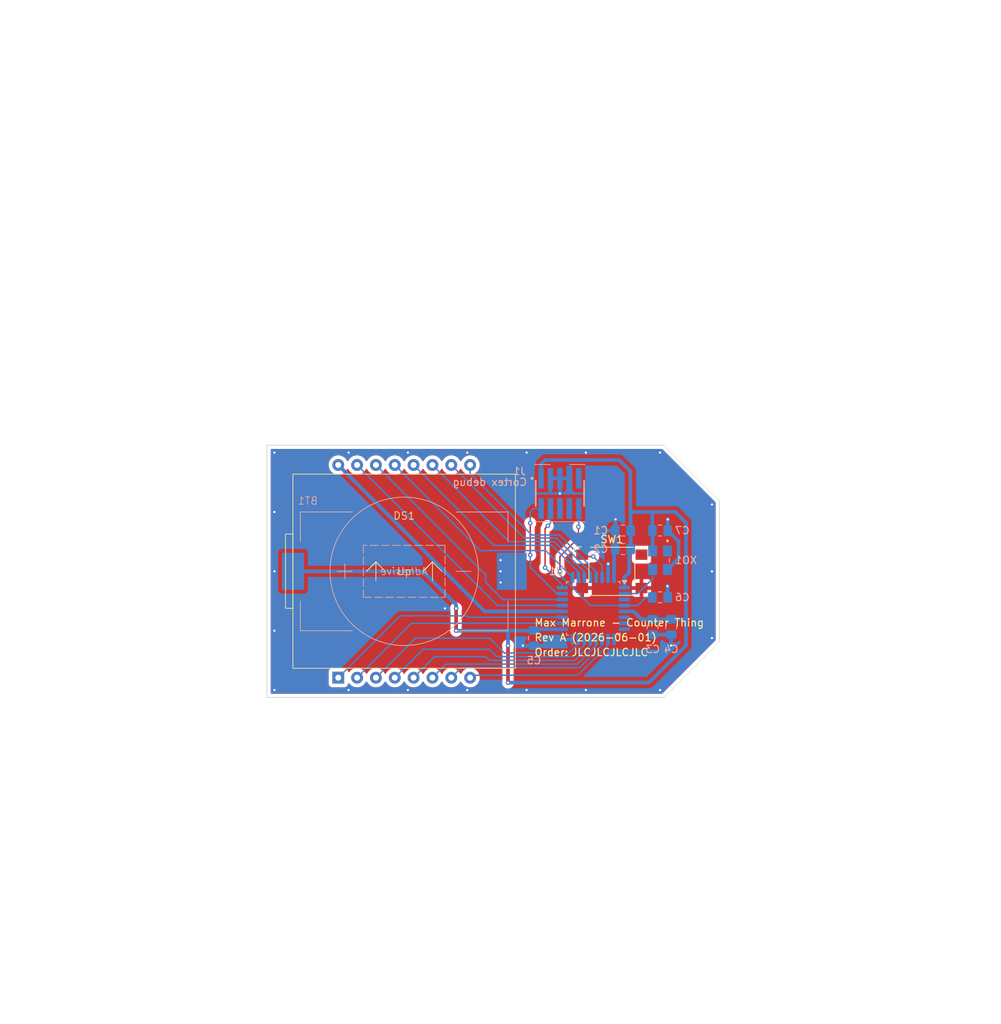
<source format=kicad_pcb>
(kicad_pcb (version 20240108) (generator "pcbnew") (generator_version "8.0")
  (title_block (title "Counter Thing") (rev "A") (company "Max Marrone"))
  (layers (0 "F.Cu" signal) (31 "B.Cu" mixed) (34 "B.Paste" user) (35 "F.Paste" user) (36 "B.SilkS" user "B.Silkscreen") (37 "F.SilkS" user "F.Silkscreen") (38 "B.Mask" user) (39 "F.Mask" user) (44 "Edge.Cuts" user))
  (net 0 "")
  (net 1 "SEG_3D")
  (net 2 "SEG_2E")
  (net 3 "COM")
  (net 4 "SEG_3C")
  (net 5 "SEG_2B")
  (net 6 "SEG_2D")
  (net 7 "SEG_2F")
  (net 8 "SEG_3A")
  (net 9 "SEG_2A")
  (net 10 "SEG_3F")
  (net 11 "SEG_3B")
  (net 12 "SEG_3G")
  (net 13 "SEG_3E")
  (net 14 "SEG_2G")
  (net 15 "SWDIO")
  (net 16 "+3V0")
  (net 17 "SWCLK")
  (net 19 "GND")
  (net 20 "NRST")
  (net 24 "/OSC32_IN")
  (net 27 "SEG_1BC")
  (net 28 "SEG_2C")
  (net 31 "Net-(U1-PB7)")
  (footprint "Button_Switch_SMD:SW_SPST_Omron_B3FS-101xP" (layer "F.Cu") (at 156.5 101)
    (property "Reference" "SW1" (at 0 -4.3 0) (layer "F.SilkS"))
    (property "Value" "B3FS-1015" (hide yes))
    (fp_line (start -5.1 -3.3) (end -4.1 -3.3) (stroke (width 0.12)) (layer "F.SilkS"))
    (fp_line (start -5.1 -2.3) (end -5.1 -3.3) (stroke (width 0.12)) (layer "F.SilkS"))
    (fp_line (start -3.1 -1.3) (end -3.1 1.3) (stroke (width 0.12)) (layer "F.SilkS"))
    (fp_line (start 2.9 -3.25) (end -2.9 -3.25) (stroke (width 0.12)) (layer "F.SilkS"))
    (fp_line (start 3 3.25) (end -3 3.25) (stroke (width 0.12)) (layer "F.SilkS"))
    (fp_line (start 3.1 -1.3) (end 3.1 1.3) (stroke (width 0.12)) (layer "F.SilkS"))
    (pad "1" smd rect (at -4 -2.25 180) (size 1.6 1.4) (layers "F.Cu" "F.Paste" "F.Mask") (net 31 "Net-(U1-PB7)"))
    (pad "1" smd rect (at 4 -2.25 180) (size 1.6 1.4) (layers "F.Cu" "F.Paste" "F.Mask") (net 31 "Net-(U1-PB7)"))
    (pad "2" smd rect (at -4 2.25 180) (size 1.6 1.4) (layers "F.Cu" "F.Paste" "F.Mask") (net 19 "GND"))
    (pad "2" smd rect (at 4 2.25 180) (size 1.6 1.4) (layers "F.Cu" "F.Paste" "F.Mask") (net 19 "GND"))
  )
  (footprint "VI-201-DP-RC-S:LCD-A2X1C50TR" (layer "F.Cu") (at 119.61 115.335)
    (property "Reference" "DS1" (at 8.89 -21.82 0) (layer "F.SilkS") (effects (font (thickness 0.1))))
    (property "Value" "LCD-A2X1C50TR" (hide yes))
    (fp_line (start 3.81 -14.335) (end 5.08 -15.605) (stroke (width 0.1)) (layer "F.SilkS"))
    (fp_line (start 5.08 -15.605) (end 3.81 -14.335) (stroke (width 0.1)) (layer "F.SilkS"))
    (fp_line (start 5.08 -13.065) (end 5.08 -15.605) (stroke (width 0.1)) (layer "F.SilkS"))
    (fp_line (start 6.35 -14.335) (end 5.08 -15.605) (stroke (width 0.1)) (layer "F.SilkS"))
    (fp_line (start 11.43 -14.335) (end 12.7 -15.605) (stroke (width 0.1)) (layer "F.SilkS"))
    (fp_line (start 12.7 -15.605) (end 11.43 -14.335) (stroke (width 0.1)) (layer "F.SilkS"))
    (fp_line (start 12.7 -13.065) (end 12.7 -15.605) (stroke (width 0.1)) (layer "F.SilkS"))
    (fp_line (start 13.97 -14.335) (end 12.7 -15.605) (stroke (width 0.1)) (layer "F.SilkS"))
    (fp_rect (start -7.11 -19.355) (end -6.11 -9.355) (stroke (width 0.1)) (fill none) (layer "F.SilkS"))
    (fp_rect (start -6.11 -27.44) (end 23.89 -1.27) (stroke (width 0.1)) (fill none) (layer "F.SilkS"))
    (fp_text user "Up" (at 8.89 -14.335 0) (layer "F.SilkS") (effects (font (thickness 0.1))))
    (pad "1" thru_hole rect (at 0 0) (size 1.6 1.6) (drill 0.8) (layers "*.Cu" "*.Mask") (net 27 "SEG_1BC"))
    (pad "2" thru_hole circle (at 2.54 0) (size 1.6 1.6) (drill 0.8) (layers "*.Cu" "*.Mask") (net 10 "SEG_3F"))
    (pad "3" thru_hole circle (at 5.08 0) (size 1.6 1.6) (drill 0.8) (layers "*.Cu" "*.Mask") (net 12 "SEG_3G"))
    (pad "4" thru_hole circle (at 7.62 0) (size 1.6 1.6) (drill 0.8) (layers "*.Cu" "*.Mask") (net 13 "SEG_3E"))
    (pad "5" thru_hole circle (at 10.16 0) (size 1.6 1.6) (drill 0.8) (layers "*.Cu" "*.Mask") (net 1 "SEG_3D"))
    (pad "6" thru_hole circle (at 12.7 0) (size 1.6 1.6) (drill 0.8) (layers "*.Cu" "*.Mask") (net 4 "SEG_3C"))
    (pad "7" thru_hole circle (at 15.24 0) (size 1.6 1.6) (drill 0.8) (layers "*.Cu" "*.Mask") (net 11 "SEG_3B"))
    (pad "8" thru_hole circle (at 17.78 0) (size 1.6 1.6) (drill 0.8) (layers "*.Cu" "*.Mask") (net 8 "SEG_3A"))
    (pad "9" thru_hole circle (at 17.78 -28.67) (size 1.6 1.6) (drill 0.8) (layers "*.Cu" "*.Mask") (net 28 "SEG_2C"))
    (pad "10" thru_hole circle (at 15.24 -28.67) (size 1.6 1.6) (drill 0.8) (layers "*.Cu" "*.Mask") (net 5 "SEG_2B"))
    (pad "11" thru_hole circle (at 12.7 -28.67) (size 1.6 1.6) (drill 0.8) (layers "*.Cu" "*.Mask") (net 9 "SEG_2A"))
    (pad "12" thru_hole circle (at 10.16 -28.67) (size 1.6 1.6) (drill 0.8) (layers "*.Cu" "*.Mask") (net 7 "SEG_2F"))
    (pad "13" thru_hole circle (at 7.62 -28.67) (size 1.6 1.6) (drill 0.8) (layers "*.Cu" "*.Mask") (net 14 "SEG_2G"))
    (pad "14" thru_hole circle (at 5.08 -28.67) (size 1.6 1.6) (drill 0.8) (layers "*.Cu" "*.Mask") (net 2 "SEG_2E"))
    (pad "15" thru_hole circle (at 2.54 -28.67) (size 1.6 1.6) (drill 0.8) (layers "*.Cu" "*.Mask") (net 6 "SEG_2D"))
    (pad "16" thru_hole circle (at 0 -28.67) (size 1.6 1.6) (drill 0.8) (layers "*.Cu" "*.Mask") (net 3 "COM"))
  )
  (footprint "Capacitor_SMD:C_0805_2012Metric_Pad1.18x1.45mm_HandSolder" (layer "B.Cu") (at 163 95.5)
    (property "Reference" "C7" (at 3 0 0) (layer "B.SilkS") (effects (justify mirror)))
    (property "Value" "100n" (hide yes))
    (fp_line (start 0.261252 -0.735) (end -0.261252 -0.735) (stroke (width 0.12)) (layer "B.SilkS"))
    (fp_line (start 0.261252 0.735) (end -0.261252 0.735) (stroke (width 0.12)) (layer "B.SilkS"))
    (pad "1" smd roundrect (at -1.0375 0) (size 1.175 1.45) (layers "B.Cu" "B.Paste" "B.Mask") (roundrect_rratio 0.212766) (net 16 "+3V0"))
    (pad "2" smd roundrect (at 1.0375 0) (size 1.175 1.45) (layers "B.Cu" "B.Paste" "B.Mask") (roundrect_rratio 0.212766) (net 19 "GND"))
  )
  (footprint "Capacitor_SMD:C_0805_2012Metric_Pad1.18x1.45mm_HandSolder" (layer "B.Cu") (at 146 110 -90)
    (property "Reference" "C5" (at 3 0 0) (layer "B.SilkS") (effects (justify mirror)))
    (property "Value" "100n" (hide yes))
    (fp_line (start 0.261252 0.735) (end -0.261252 0.735) (stroke (width 0.12)) (layer "B.SilkS"))
    (fp_line (start 0.261252 -0.735) (end -0.261252 -0.735) (stroke (width 0.12)) (layer "B.SilkS"))
    (pad "1" smd roundrect (at -1.0375 0 270) (size 1.175 1.45) (layers "B.Cu" "B.Paste" "B.Mask") (roundrect_rratio 0.212766) (net 16 "+3V0"))
    (pad "2" smd roundrect (at 1.0375 0 270) (size 1.175 1.45) (layers "B.Cu" "B.Paste" "B.Mask") (roundrect_rratio 0.212766) (net 19 "GND"))
  )
  (footprint "BU2032-1-G:BA2032SM" (layer "B.Cu") (at 128.5 101 180)
    (property "Reference" "BT1" (at 13 9.5 0) (layer "B.SilkS") (effects (font (thickness 0.1)) (justify mirror)))
    (property "Value" "BA2032SM" (hide yes))
    (fp_line (start 14 8) (end 7 8) (stroke (width 0.1)) (layer "B.SilkS"))
    (fp_line (start 14 4) (end 14 8) (stroke (width 0.1)) (layer "B.SilkS"))
    (fp_line (start 14 -8) (end 14 -4) (stroke (width 0.1)) (layer "B.SilkS"))
    (fp_line (start 14 -8) (end 7 -8) (stroke (width 0.1)) (layer "B.SilkS"))
    (fp_line (start 9 0) (end 7 0) (stroke (width 0.1)) (layer "B.SilkS"))
    (fp_line (start 8 1) (end 8 -1) (stroke (width 0.1)) (layer "B.SilkS"))
    (fp_line (start -7 8) (end -14 8) (stroke (width 0.1)) (layer "B.SilkS"))
    (fp_line (start -7 0) (end -9 0) (stroke (width 0.1)) (layer "B.SilkS"))
    (fp_line (start -7 -8) (end -14 -8) (stroke (width 0.1)) (layer "B.SilkS"))
    (fp_line (start -14 4) (end -14 8) (stroke (width 0.1)) (layer "B.SilkS"))
    (fp_line (start -14 -8) (end -14 -4) (stroke (width 0.1)) (layer "B.SilkS"))
    (fp_rect (start 5.5 -3.5) (end -5.5 3.5) (stroke (width 0.1) (type dash)) (fill solid) (layer "B.SilkS"))
    (fp_circle (center 0 0) (end 10 0) (stroke (width 0.1)) (fill none) (layer "B.SilkS"))
    (fp_text user "Adhesive" (at 0 0 0) (layer "B.SilkS") (effects (font (thickness 0.1) (italic yes)) (justify mirror)))
    (pad "1" smd rect (at 15 0 180) (size 3 5) (layers "B.Cu" "B.Paste" "B.Mask") (net 16 "+3V0"))
    (pad "2" smd rect (at -15 0 180) (size 3 5) (layers "B.Cu" "B.Paste" "B.Mask") (net 19 "GND"))
  )
  (footprint "Package_QFP:LQFP-32_7x7mm_P0.8mm" (layer "B.Cu") (at 154 106 180)
    (property "Reference" "U1" (at 5 5 0) (layer "B.SilkS") (effects (justify mirror)))
    (property "Value" "STM32L010K4T6" (hide yes))
    (fp_line (start 3.61 3.61) (end 3.31 3.61) (stroke (width 0.12)) (layer "B.SilkS"))
    (fp_line (start 3.61 3.31) (end 3.61 3.61) (stroke (width 0.12)) (layer "B.SilkS"))
    (fp_line (start 3.61 -3.31) (end 3.61 -3.61) (stroke (width 0.12)) (layer "B.SilkS"))
    (fp_line (start 3.61 -3.61) (end 3.31 -3.61) (stroke (width 0.12)) (layer "B.SilkS"))
    (fp_line (start -3.61 3.61) (end -3.31 3.61) (stroke (width 0.12)) (layer "B.SilkS"))
    (fp_line (start -3.61 3.31) (end -3.61 3.61) (stroke (width 0.12)) (layer "B.SilkS"))
    (fp_line (start -3.61 -3.31) (end -3.61 -3.61) (stroke (width 0.12)) (layer "B.SilkS"))
    (fp_line (start -3.61 -3.61) (end -3.31 -3.61) (stroke (width 0.12)) (layer "B.SilkS"))
    (fp_poly (pts (xy -4.2125 3.31) (xy -4.5525 3.78) (xy -3.8725 3.78) (xy -4.2125 3.31)) (stroke (width 0.12)) (fill solid) (layer "B.SilkS"))
    (pad "1" smd roundrect (at -4.175 2.8 180) (size 1.5 0.5) (layers "B.Cu" "B.Paste" "B.Mask") (net 16 "+3V0"))
    (pad "2" smd roundrect (at -4.175 2 180) (size 1.5 0.5) (layers "B.Cu" "B.Paste" "B.Mask") (net 24 "/OSC32_IN"))
    (pad "3" smd roundrect (at -4.175 1.2 180) (size 1.5 0.5) (layers "B.Cu" "B.Paste" "B.Mask"))
    (pad "4" smd roundrect (at -4.175 0.4 180) (size 1.5 0.5) (layers "B.Cu" "B.Paste" "B.Mask") (net 20 "NRST"))
    (pad "5" smd roundrect (at -4.175 -0.4 180) (size 1.5 0.5) (layers "B.Cu" "B.Paste" "B.Mask") (net 16 "+3V0"))
    (pad "6" smd roundrect (at -4.175 -1.2 180) (size 1.5 0.5) (layers "B.Cu" "B.Paste" "B.Mask"))
    (pad "7" smd roundrect (at -4.175 -2 180) (size 1.5 0.5) (layers "B.Cu" "B.Paste" "B.Mask"))
    (pad "8" smd roundrect (at -4.175 -2.8 180) (size 1.5 0.5) (layers "B.Cu" "B.Paste" "B.Mask"))
    (pad "9" smd roundrect (at -2.8 -4.175 180) (size 0.5 1.5) (layers "B.Cu" "B.Paste" "B.Mask"))
    (pad "10" smd roundrect (at -2 -4.175 180) (size 0.5 1.5) (layers "B.Cu" "B.Paste" "B.Mask") (net 8 "SEG_3A"))
    (pad "11" smd roundrect (at -1.2 -4.175 180) (size 0.5 1.5) (layers "B.Cu" "B.Paste" "B.Mask") (net 11 "SEG_3B"))
    (pad "12" smd roundrect (at -0.4 -4.175 180) (size 0.5 1.5) (layers "B.Cu" "B.Paste" "B.Mask") (net 4 "SEG_3C"))
    (pad "13" smd roundrect (at 0.4 -4.175 180) (size 0.5 1.5) (layers "B.Cu" "B.Paste" "B.Mask") (net 1 "SEG_3D"))
    (pad "14" smd roundrect (at 1.2 -4.175 180) (size 0.5 1.5) (layers "B.Cu" "B.Paste" "B.Mask") (net 13 "SEG_3E"))
    (pad "15" smd roundrect (at 2 -4.175 180) (size 0.5 1.5) (layers "B.Cu" "B.Paste" "B.Mask") (net 12 "SEG_3G"))
    (pad "16" smd roundrect (at 2.8 -4.175 180) (size 0.5 1.5) (layers "B.Cu" "B.Paste" "B.Mask") (net 19 "GND"))
    (pad "17" smd roundrect (at 4.175 -2.8 180) (size 1.5 0.5) (layers "B.Cu" "B.Paste" "B.Mask") (net 16 "+3V0"))
    (pad "18" smd roundrect (at 4.175 -2 180) (size 1.5 0.5) (layers "B.Cu" "B.Paste" "B.Mask") (net 10 "SEG_3F"))
    (pad "19" smd roundrect (at 4.175 -1.2 180) (size 1.5 0.5) (layers "B.Cu" "B.Paste" "B.Mask") (net 27 "SEG_1BC"))
    (pad "20" smd roundrect (at 4.175 -0.4 180) (size 1.5 0.5) (layers "B.Cu" "B.Paste" "B.Mask") (net 3 "COM"))
    (pad "21" smd roundrect (at 4.175 0.4 180) (size 1.5 0.5) (layers "B.Cu" "B.Paste" "B.Mask") (net 6 "SEG_2D"))
    (pad "22" smd roundrect (at 4.175 1.2 180) (size 1.5 0.5) (layers "B.Cu" "B.Paste" "B.Mask") (net 2 "SEG_2E"))
    (pad "23" smd roundrect (at 4.175 2 180) (size 1.5 0.5) (layers "B.Cu" "B.Paste" "B.Mask") (net 15 "SWDIO"))
    (pad "24" smd roundrect (at 4.175 2.8 180) (size 1.5 0.5) (layers "B.Cu" "B.Paste" "B.Mask") (net 17 "SWCLK"))
    (pad "25" smd roundrect (at 2.8 4.175 180) (size 0.5 1.5) (layers "B.Cu" "B.Paste" "B.Mask") (net 14 "SEG_2G"))
    (pad "26" smd roundrect (at 2 4.175 180) (size 0.5 1.5) (layers "B.Cu" "B.Paste" "B.Mask") (net 7 "SEG_2F"))
    (pad "27" smd roundrect (at 1.2 4.175 180) (size 0.5 1.5) (layers "B.Cu" "B.Paste" "B.Mask") (net 9 "SEG_2A"))
    (pad "28" smd roundrect (at 0.4 4.175 180) (size 0.5 1.5) (layers "B.Cu" "B.Paste" "B.Mask") (net 5 "SEG_2B"))
    (pad "29" smd roundrect (at -0.4 4.175 180) (size 0.5 1.5) (layers "B.Cu" "B.Paste" "B.Mask") (net 28 "SEG_2C"))
    (pad "30" smd roundrect (at -1.2 4.175 180) (size 0.5 1.5) (layers "B.Cu" "B.Paste" "B.Mask") (net 31 "Net-(U1-PB7)"))
    (pad "31" smd roundrect (at -2 4.175 180) (size 0.5 1.5) (layers "B.Cu" "B.Paste" "B.Mask") (net 19 "GND"))
    (pad "32" smd roundrect (at -2.8 4.175 180) (size 0.5 1.5) (layers "B.Cu" "B.Paste" "B.Mask") (net 19 "GND"))
  )
  (footprint "Capacitor_SMD:C_0805_2012Metric_Pad1.18x1.45mm_HandSolder" (layer "B.Cu") (at 158 95.5 180)
    (property "Reference" "C1" (at 3 0 0) (layer "B.SilkS") (effects (justify mirror)))
    (property "Value" "10u" (hide yes))
    (fp_line (start 0.261252 0.735) (end -0.261252 0.735) (stroke (width 0.12)) (layer "B.SilkS"))
    (fp_line (start 0.261252 -0.735) (end -0.261252 -0.735) (stroke (width 0.12)) (layer "B.SilkS"))
    (pad "1" smd roundrect (at -1.0375 0 180) (size 1.175 1.45) (layers "B.Cu" "B.Paste" "B.Mask") (roundrect_rratio 0.212766) (net 16 "+3V0"))
    (pad "2" smd roundrect (at 1.0375 0 180) (size 1.175 1.45) (layers "B.Cu" "B.Paste" "B.Mask") (roundrect_rratio 0.212766) (net 19 "GND"))
  )
  (footprint "Capacitor_SMD:C_0805_2012Metric_Pad1.18x1.45mm_HandSolder" (layer "B.Cu") (at 162 108.5 -90)
    (property "Reference" "C3" (at 3 0 0) (layer "B.SilkS") (effects (justify mirror)))
    (property "Value" "100n" (hide yes))
    (fp_line (start 0.261252 0.735) (end -0.261252 0.735) (stroke (width 0.12)) (layer "B.SilkS"))
    (fp_line (start 0.261252 -0.735) (end -0.261252 -0.735) (stroke (width 0.12)) (layer "B.SilkS"))
    (pad "1" smd roundrect (at -1.0375 0 270) (size 1.175 1.45) (layers "B.Cu" "B.Paste" "B.Mask") (roundrect_rratio 0.212766) (net 16 "+3V0"))
    (pad "2" smd roundrect (at 1.0375 0 270) (size 1.175 1.45) (layers "B.Cu" "B.Paste" "B.Mask") (roundrect_rratio 0.212766) (net 19 "GND"))
  )
  (footprint "SAMTEC_FTSH-105-X-X-DV-007-P-X:SAMTEC_FTSH-105-X-X-DV-007-P-X" (layer "B.Cu") (at 149.5 90.5)
    (property "Reference" "J1" (at -4.5 -3 180) (layer "B.SilkS") (effects (justify left mirror)))
    (property "Value" "FTSH-105-01-L-DV-007-K" (hide yes))
    (fp_line (start -3.26 1.715) (end -3.26 -1.715) (stroke (width 0.2)) (layer "B.SilkS"))
    (fp_line (start -1.3 -3.9) (end -3.4 -3.9) (stroke (width 0.1)) (layer "B.SilkS"))
    (fp_line (start 3.26 -1.715) (end 3.26 1.715) (stroke (width 0.2)) (layer "B.SilkS"))
    (fp_line (start 3.4 -3.9) (end 1.3 -3.9) (stroke (width 0.1)) (layer "B.SilkS"))
    (fp_line (start 3.4 3.8) (end -3.4 3.8) (stroke (width 0.1)) (layer "B.SilkS"))
    (fp_circle (center -3.75 -2.035) (end -3.65 -2.035) (stroke (width 0.2)) (fill none) (layer "B.SilkS"))
    (pad "1" smd rect (at -2.54 -2.035) (size 0.74 2.79) (layers "B.Cu" "B.Paste" "B.Mask") (net 16 "+3V0"))
    (pad "2" smd rect (at -2.54 2.035) (size 0.74 2.79) (layers "B.Cu" "B.Paste" "B.Mask") (net 15 "SWDIO"))
    (pad "3" smd rect (at -1.27 -2.035) (size 0.74 2.79) (layers "B.Cu" "B.Paste" "B.Mask") (net 19 "GND"))
    (pad "4" smd rect (at -1.27 2.035) (size 0.74 2.79) (layers "B.Cu" "B.Paste" "B.Mask") (net 17 "SWCLK"))
    (pad "5" smd rect (at 0 -2.035) (size 0.74 2.79) (layers "B.Cu" "B.Paste" "B.Mask") (net 19 "GND"))
    (pad "6" smd rect (at 0 2.035) (size 0.74 2.79) (layers "B.Cu" "B.Paste" "B.Mask"))
    (pad "8" smd rect (at 1.27 2.035) (size 0.74 2.79) (layers "B.Cu" "B.Paste" "B.Mask"))
    (pad "9" smd rect (at 2.54 -2.035) (size 0.74 2.79) (layers "B.Cu" "B.Paste" "B.Mask"))
    (pad "10" smd rect (at 2.54 2.035) (size 0.74 2.79) (layers "B.Cu" "B.Paste" "B.Mask") (net 20 "NRST"))
  )
  (footprint "ECS-327KE:OSC_ECS-327KE-TR_HandSolder" (layer "B.Cu") (at 163 99.5 -90)
    (property "Reference" "XO1" (at 0 -3.5 0) (layer "B.SilkS") (effects (justify mirror)))
    (property "Value" "ECS-327KE-TR" (hide yes))
    (fp_line (start 0.25 1.25) (end -0.25 1.25) (stroke (width 0.127)) (layer "B.SilkS"))
    (fp_line (start 0.25 -1.25) (end -0.25 -1.25) (stroke (width 0.127)) (layer "B.SilkS"))
    (fp_circle (center -2.6 -1) (end -2.5 -1) (stroke (width 0.2)) (fill none) (layer "B.SilkS"))
    (pad "1" smd rect (at -1.25 -1 180) (size 1.2 1.5) (layers "B.Cu" "B.Paste" "B.Mask"))
    (pad "2" smd rect (at 1.25 -1 180) (size 1.2 1.5) (layers "B.Cu" "B.Paste" "B.Mask") (net 19 "GND"))
    (pad "3" smd rect (at 1.25 1 180) (size 1.2 1.5) (layers "B.Cu" "B.Paste" "B.Mask") (net 24 "/OSC32_IN"))
    (pad "4" smd rect (at -1.25 1 180) (size 1.2 1.5) (layers "B.Cu" "B.Paste" "B.Mask") (net 16 "+3V0"))
  )
  (footprint "Capacitor_SMD:C_0805_2012Metric_Pad1.18x1.45mm_HandSolder" (layer "B.Cu") (at 164.5 108.5 -90)
    (property "Reference" "C4" (at 3 0 0) (layer "B.SilkS") (effects (justify mirror)))
    (property "Value" "1u" (hide yes))
    (fp_line (start 0.261252 0.735) (end -0.261252 0.735) (stroke (width 0.12)) (layer "B.SilkS"))
    (fp_line (start 0.261252 -0.735) (end -0.261252 -0.735) (stroke (width 0.12)) (layer "B.SilkS"))
    (pad "1" smd roundrect (at -1.0375 0 270) (size 1.175 1.45) (layers "B.Cu" "B.Paste" "B.Mask") (roundrect_rratio 0.212766) (net 16 "+3V0"))
    (pad "2" smd roundrect (at 1.0375 0 270) (size 1.175 1.45) (layers "B.Cu" "B.Paste" "B.Mask") (roundrect_rratio 0.212766) (net 19 "GND"))
  )
  (footprint "Capacitor_SMD:C_0805_2012Metric_Pad1.18x1.45mm_HandSolder" (layer "B.Cu") (at 158 98 180)
    (property "Reference" "C2" (at 3 0 0) (layer "B.SilkS") (effects (justify mirror)))
    (property "Value" "100n" (hide yes))
    (fp_line (start 0.261252 0.735) (end -0.261252 0.735) (stroke (width 0.12)) (layer "B.SilkS"))
    (fp_line (start 0.261252 -0.735) (end -0.261252 -0.735) (stroke (width 0.12)) (layer "B.SilkS"))
    (pad "1" smd roundrect (at -1.0375 0 180) (size 1.175 1.45) (layers "B.Cu" "B.Paste" "B.Mask") (roundrect_rratio 0.212766) (net 16 "+3V0"))
    (pad "2" smd roundrect (at 1.0375 0 180) (size 1.175 1.45) (layers "B.Cu" "B.Paste" "B.Mask") (roundrect_rratio 0.212766) (net 19 "GND"))
  )
  (footprint "Capacitor_SMD:C_0805_2012Metric_Pad1.18x1.45mm_HandSolder" (layer "B.Cu") (at 163 104.5)
    (property "Reference" "C6" (at 3 0 0) (layer "B.SilkS") (effects (justify mirror)))
    (property "Value" "10n" (hide yes))
    (fp_line (start 0.261252 -0.735) (end -0.261252 -0.735) (stroke (width 0.12)) (layer "B.SilkS"))
    (fp_line (start 0.261252 0.735) (end -0.261252 0.735) (stroke (width 0.12)) (layer "B.SilkS"))
    (pad "1" smd roundrect (at -1.0375 0) (size 1.175 1.45) (layers "B.Cu" "B.Paste" "B.Mask") (roundrect_rratio 0.212766) (net 20 "NRST"))
    (pad "2" smd roundrect (at 1.0375 0) (size 1.175 1.45) (layers "B.Cu" "B.Paste" "B.Mask") (roundrect_rratio 0.212766) (net 19 "GND"))
  )
  (gr_rect (start 141 98.5) (end 145 103.5) (fill solid) (layer "B.Cu") (net 19))
  (gr_line (start 163.5 118) (end 110 118) (stroke (width 0.1)) (layer "Edge.Cuts"))
  (gr_line (start 110 84) (end 163.5 84) (stroke (width 0.1)) (layer "Edge.Cuts"))
  (gr_line (start 163.5 118) (end 171 110.5) (stroke (width 0.05)) (layer "Edge.Cuts"))
  (gr_line (start 171 91.5) (end 171 110.5) (stroke (width 0.1)) (layer "Edge.Cuts"))
  (gr_line (start 110 118) (end 110 84) (stroke (width 0.1)) (layer "Edge.Cuts"))
  (gr_line (start 163.5 84) (end 171 91.5) (stroke (width 0.05)) (layer "Edge.Cuts"))
  (gr_text "Cortex debug" (at 145.1505 88.9755 0) (layer "B.SilkS") (effects (font (size 1 1)) (justify left mirror)))
  (gr_text "${COMPANY} - ${TITLE}" (at 146 108.5 0) (layer "F.SilkS") (effects (font (size 1 1)) (justify left bottom)))
  (gr_text "Order:" (at 146 112.5 0) (layer "F.SilkS") (effects (font (size 1 1)) (justify left bottom)))
  (gr_text "Rev ${REVISION} (${CURRENT_DATE})" (at 146 110.5 0) (layer "F.SilkS") (effects (font (size 1 1)) (justify left bottom)))
  (gr_text "JLCJLCJLCJLC" (at 151 112.5 0) (layer "F.SilkS") (effects (font (size 1 1)) (justify left bottom)))
  (segment (start 139.5 112.5) (end 132.605 112.5) (width 0.2) (layer "B.Cu") (net 1))
  (segment (start 153.6 110.924999) (end 151.524999 113) (width 0.2) (layer "B.Cu") (net 1))
  (segment (start 153.6 110.175) (end 153.6 110.924999) (width 0.2) (layer "B.Cu") (net 1))
  (segment (start 151.524999 113) (end 140 113) (width 0.2) (layer "B.Cu") (net 1))
  (segment (start 140 113) (end 139.5 112.5) (width 0.2) (layer "B.Cu") (net 1))
  (segment (start 132.605 112.5) (end 129.77 115.335) (width 0.2) (layer "B.Cu") (net 1))
  (segment (start 139.5 101.475) (end 124.69 86.665) (width 0.2) (layer "B.Cu") (net 2))
  (segment (start 139.5 102.5) (end 139.5 101.475) (width 0.2) (layer "B.Cu") (net 2))
  (segment (start 141.8 104.8) (end 139.5 102.5) (width 0.2) (layer "B.Cu") (net 2))
  (segment (start 149.825 104.8) (end 141.8 104.8) (width 0.2) (layer "B.Cu") (net 2))
  (segment (start 119.61 86.665) (end 139.345 106.4) (width 0.5) (layer "B.Cu") (net 3))
  (segment (start 139.345 106.4) (end 149.825 106.4) (width 0.5) (layer "B.Cu") (net 3))
  (segment (start 134.145 113.5) (end 132.31 115.335) (width 0.2) (layer "B.Cu") (net 4))
  (segment (start 154.4 110.175) (end 154.4 110.924999) (width 0.2) (layer "B.Cu") (net 4))
  (segment (start 151.824999 113.5) (end 134.145 113.5) (width 0.2) (layer "B.Cu") (net 4))
  (segment (start 154.4 110.924999) (end 151.824999 113.5) (width 0.2) (layer "B.Cu") (net 4))
  (segment (start 134.85 86.665) (end 144.685 96.5) (width 0.2) (layer "B.Cu") (net 5))
  (segment (start 144.685 96.5) (end 149 96.5) (width 0.2) (layer "B.Cu") (net 5))
  (segment (start 149 96.5) (end 153.6 101.1) (width 0.2) (layer "B.Cu") (net 5))
  (segment (start 153.6 101.1) (end 153.6 101.825) (width 0.2) (layer "B.Cu") (net 5))
  (segment (start 149.825 105.6) (end 141.085 105.6) (width 0.2) (layer "B.Cu") (net 6))
  (segment (start 141.085 105.6) (end 122.15 86.665) (width 0.2) (layer "B.Cu") (net 6))
  (segment (start 140.605 97.5) (end 129.77 86.665) (width 0.2) (layer "B.Cu") (net 7))
  (segment (start 148.424999 97.5) (end 140.605 97.5) (width 0.2) (layer "B.Cu") (net 7))
  (segment (start 152 101.825) (end 152 101.075001) (width 0.2) (layer "B.Cu") (net 7))
  (segment (start 152 101.075001) (end 148.424999 97.5) (width 0.2) (layer "B.Cu") (net 7))
  (segment (start 151.924999 115) (end 137.725 115) (width 0.2) (layer "B.Cu") (net 8))
  (segment (start 156 110.175) (end 156 110.924999) (width 0.2) (layer "B.Cu") (net 8))
  (segment (start 156 110.924999) (end 151.924999 115) (width 0.2) (layer "B.Cu") (net 8))
  (segment (start 152.8 101.825) (end 152.8 101.075001) (width 0.2) (layer "B.Cu") (net 9))
  (segment (start 152.8 101.075001) (end 148.724999 97) (width 0.2) (layer "B.Cu") (net 9))
  (segment (start 148.724999 97) (end 142.645 97) (width 0.2) (layer "B.Cu") (net 9))
  (segment (start 142.645 97) (end 132.31 86.665) (width 0.2) (layer "B.Cu") (net 9))
  (segment (start 129.485 108) (end 122.15 115.335) (width 0.2) (layer "B.Cu") (net 10))
  (segment (start 149.825 108) (end 129.485 108) (width 0.2) (layer "B.Cu") (net 10))
  (segment (start 155.2 110.175) (end 155.2 110.924999) (width 0.2) (layer "B.Cu") (net 11))
  (segment (start 155.2 110.924999) (end 152.124999 114) (width 0.2) (layer "B.Cu") (net 11))
  (segment (start 136.185 114) (end 134.85 115.335) (width 0.2) (layer "B.Cu") (net 11))
  (segment (start 152.124999 114) (end 136.185 114) (width 0.2) (layer "B.Cu") (net 11))
  (segment (start 142 112) (end 140 110) (width 0.2) (layer "B.Cu") (net 12))
  (segment (start 140 110) (end 130.025 110) (width 0.2) (layer "B.Cu") (net 12))
  (segment (start 152 110.175) (end 152 110.729506) (width 0.2) (layer "B.Cu") (net 12))
  (segment (start 150.729506 112) (end 142 112) (width 0.2) (layer "B.Cu") (net 12))
  (segment (start 152 110.729506) (end 150.729506 112) (width 0.2) (layer "B.Cu") (net 12))
  (segment (start 130.025 110) (end 124.69 115.335) (width 0.2) (layer "B.Cu") (net 12))
  (segment (start 140 111.5) (end 131.065 111.5) (width 0.2) (layer "B.Cu") (net 13))
  (segment (start 151.224999 112.5) (end 141 112.5) (width 0.2) (layer "B.Cu") (net 13))
  (segment (start 131.065 111.5) (end 127.23 115.335) (width 0.2) (layer "B.Cu") (net 13))
  (segment (start 152.8 110.924999) (end 151.224999 112.5) (width 0.2) (layer "B.Cu") (net 13))
  (segment (start 141 112.5) (end 140 111.5) (width 0.2) (layer "B.Cu") (net 13))
  (segment (start 152.8 110.175) (end 152.8 110.924999) (width 0.2) (layer "B.Cu") (net 13))
  (segment (start 151.2 101.825) (end 147.575 98.2) (width 0.2) (layer "B.Cu") (net 14))
  (segment (start 147.575 98.2) (end 138.765 98.2) (width 0.2) (layer "B.Cu") (net 14))
  (segment (start 138.765 98.2) (end 127.23 86.665) (width 0.2) (layer "B.Cu") (net 14))
  (segment (start 145.5 98.8) (end 145.5 94.5) (width 0.2) (layer "F.Cu") (net 15))
  (via (at 145.5 94.5) (size 0.6) (drill 0.3) (layers "F.Cu" "B.Cu") (net 15))
  (via (at 145.5 98.8) (size 0.6) (drill 0.3) (layers "F.Cu" "B.Cu") (net 15))
  (segment (start 146.96 92.535) (end 145.965 92.535) (width 0.2) (layer "B.Cu") (net 15))
  (segment (start 145.5 98.8) (end 145.5 100.424999) (width 0.2) (layer "B.Cu") (net 15))
  (segment (start 145.5 100.424999) (end 149.075001 104) (width 0.2) (layer "B.Cu") (net 15))
  (segment (start 145.5 93) (end 145.5 94.5) (width 0.2) (layer "B.Cu") (net 15))
  (segment (start 149.075001 104) (end 149.825 104) (width 0.2) (layer "B.Cu") (net 15))
  (segment (start 145.965 92.535) (end 145.5 93) (width 0.2) (layer "B.Cu") (net 15))
  (segment (start 135.5 109) (end 135.5 106) (width 0.5) (layer "F.Cu") (net 16))
  (segment (start 142.5 111) (end 142.5 116) (width 0.5) (layer "F.Cu") (net 16))
  (via (at 135.5 106) (size 0.6) (drill 0.3) (layers "F.Cu" "B.Cu") (net 16))
  (via (at 142.5 116) (size 0.6) (drill 0.3) (layers "F.Cu" "B.Cu") (net 16))
  (via (at 135.5 109) (size 0.6) (drill 0.3) (layers "F.Cu" "B.Cu") (net 16))
  (via (at 142.5 111) (size 0.6) (drill 0.3) (layers "F.Cu" "B.Cu") (net 16))
  (segment (start 142.5 109) (end 145.9625 109) (width 0.5) (layer "B.Cu") (net 16))
  (segment (start 161.5 116) (end 166.5 111) (width 0.5) (layer "B.Cu") (net 16))
  (segment (start 149.825 108.8) (end 146.1625 108.8) (width 0.5) (layer "B.Cu") (net 16))
  (segment (start 159.0375 95.5) (end 159.0375 93.0375) (width 0.5) (layer "B.Cu") (net 16))
  (segment (start 161.9625 93.0375) (end 162 93) (width 0.5) (layer "B.Cu") (net 16))
  (segment (start 158.2 101.8) (end 158.8375 101.1625) (width 0.5) (layer "B.Cu") (net 16))
  (segment (start 166.5 111) (end 166.5 106) (width 0.5) (layer "B.Cu") (net 16))
  (segment (start 136 109) (end 135.5 109) (width 0.5) (layer "B.Cu") (net 16))
  (segment (start 147.5 86) (end 146.96 86.54) (width 0.5) (layer "B.Cu") (net 16))
  (segment (start 161.9625 95.5) (end 161.9625 93.0375) (width 0.5) (layer "B.Cu") (net 16))
  (segment (start 131 101) (end 113.5 101) (width 0.5) (layer "B.Cu") (net 16))
  (segment (start 159 87.5) (end 157.5 86) (width 0.5) (layer "B.Cu") (net 16))
  (segment (start 159.4375 106.4) (end 158.175 106.4) (width 0.5) (layer "B.Cu") (net 16))
  (segment (start 166.5 106) (end 166.5 107.4625) (width 0.5) (layer "B.Cu") (net 16))
  (segment (start 162 93) (end 165.060661 93) (width 0.5) (layer "B.Cu") (net 16))
  (segment (start 159.0375 93.0375) (end 159 93) (width 0.5) (layer "B.Cu") (net 16))
  (segment (start 146.96 86.54) (end 146.96 88.465) (width 0.5) (layer "B.Cu") (net 16))
  (segment (start 166.5 107.4625) (end 164.5 107.4625) (width 0.5) (layer "B.Cu") (net 16))
  (segment (start 158.8375 101.1625) (end 158.8375 98.2) (width 0.5) (layer "B.Cu") (net 16))
  (segment (start 162 107.4625) (end 160.5 107.4625) (width 0.5) (layer "B.Cu") (net 16))
  (segment (start 162 98.25) (end 162 95.5375) (width 0.5) (layer "B.Cu") (net 16))
  (segment (start 158.2 103.175) (end 158.2 101.8) (width 0.5) (layer "B.Cu") (net 16))
  (segment (start 135.5 105.5) (end 131 101) (width 0.5) (layer "B.Cu") (net 16))
  (segment (start 159 93) (end 159 87.5) (width 0.5) (layer "B.Cu") (net 16))
  (segment (start 142.5 116) (end 161.5 116) (width 0.5) (layer "B.Cu") (net 16))
  (segment (start 159 93) (end 162 93) (width 0.5) (layer "B.Cu") (net 16))
  (segment (start 166.5 94.439339) (end 166.5 106) (width 0.5) (layer "B.Cu") (net 16))
  (segment (start 164.5 107.4625) (end 162 107.4625) (width 0.5) (layer "B.Cu") (net 16))
  (segment (start 135.5 106) (end 135.5 105.5) (width 0.5) (layer "B.Cu") (net 16))
  (segment (start 142.5 109) (end 142.5 111) (width 0.5) (layer "B.Cu") (net 16))
  (segment (start 136 109) (end 142.5 109) (width 0.5) (layer "B.Cu") (net 16))
  (segment (start 165.060661 93) (end 166.5 94.439339) (width 0.5) (layer "B.Cu") (net 16))
  (segment (start 159.0375 98) (end 159.0375 95.5) (width 0.5) (layer "B.Cu") (net 16))
  (segment (start 160.5 107.4625) (end 159.4375 106.4) (width 0.5) (layer "B.Cu") (net 16))
  (segment (start 157.5 86) (end 147.5 86) (width 0.5) (layer "B.Cu") (net 16))
  (segment (start 147.865 94.865) (end 147.5 95.23) (width 0.2) (layer "F.Cu") (net 17))
  (segment (start 147.5 95.23) (end 147.5 100.5) (width 0.2) (layer "F.Cu") (net 17))
  (via (at 147.5 100.5) (size 0.6) (drill 0.3) (layers "F.Cu" "B.Cu") (net 17))
  (via (at 147.865 94.865) (size 0.6) (drill 0.3) (layers "F.Cu" "B.Cu") (net 17))
  (segment (start 149.825 102.825) (end 149.825 103.2) (width 0.2) (layer "B.Cu") (net 17))
  (segment (start 147.5 100.5) (end 149.825 102.825) (width 0.2) (layer "B.Cu") (net 17))
  (segment (start 148.23 94.5) (end 148.23 92.535) (width 0.2) (layer "B.Cu") (net 17))
  (segment (start 147.865 94.865) (end 148.23 94.5) (width 0.2) (layer "B.Cu") (net 17))
  (via (at 129 85) (size 0.6) (drill 0.3) (layers "F.Cu" "B.Cu") (net 19))
  (via (at 121 117) (size 0.6) (drill 0.3) (layers "F.Cu" "B.Cu") (net 19))
  (via (at 157 94) (size 0.6) (drill 0.3) (layers "F.Cu" "B.Cu") (net 19))
  (via (at 121 85) (size 0.6) (drill 0.3) (layers "F.Cu" "B.Cu") (net 19))
  (via (at 153 85) (size 0.6) (drill 0.3) (layers "F.Cu" "B.Cu") (net 19))
  (via (at 170 92) (size 0.6) (drill 0.3) (layers "F.Cu" "B.Cu") (net 19))
  (via (at 163 85) (size 0.6) (drill 0.3) (layers "F.Cu" "B.Cu") (net 19))
  (via (at 145 117) (size 0.6) (drill 0.3) (layers "F.Cu" "B.Cu") (net 19))
  (via (at 145 85) (size 0.6) (drill 0.3) (layers "F.Cu" "B.Cu") (net 19))
  (via (at 111 109) (size 0.6) (drill 0.3) (layers "F.Cu" "B.Cu") (net 19))
  (via (at 111 117) (size 0.6) (drill 0.3) (layers "F.Cu" "B.Cu") (net 19))
  (via (at 153 117) (size 0.6) (drill 0.3) (layers "F.Cu" "B.Cu") (net 19))
  (via (at 170 110) (size 0.6) (drill 0.3) (layers "F.Cu" "B.Cu") (net 19))
  (via (at 164.5 111) (size 0.6) (drill 0.3) (layers "F.Cu" "B.Cu") (net 19))
  (via (at 156 100) (size 0.6) (drill 0.3) (layers "F.Cu" "B.Cu") (net 19))
  (via (at 141.5 99.5) (size 0.6) (drill 0.3) (layers "F.Cu" "B.Cu") (net 19))
  (via (at 164 103) (size 0.6) (drill 0.3) (layers "F.Cu" "B.Cu") (net 19))
  (via (at 164.0375 94) (size 0.6) (drill 0.3) (layers "F.Cu" "B.Cu") (net 19))
  (via (at 144.5 111) (size 0.6) (drill 0.3) (layers "F.Cu" "B.Cu") (net 19))
  (via (at 111 101) (size 0.6) (drill 0.3) (layers "F.Cu" "B.Cu") (net 19))
  (via (at 134 106) (size 0.6) (drill 0.3) (layers "F.Cu" "B.Cu") (net 19))
  (via (at 141.5 101) (size 0.6) (drill 0.3) (layers "F.Cu" "B.Cu") (net 19))
  (via (at 163 117) (size 0.6) (drill 0.3) (layers "F.Cu" "B.Cu") (net 19))
  (via (at 137 117) (size 0.6) (drill 0.3) (layers "F.Cu" "B.Cu") (net 19))
  (via (at 149.5 90.5) (size 0.6) (drill 0.3) (layers "F.Cu" "B.Cu") (net 19))
  (via (at 141.5 102.5) (size 0.6) (drill 0.3) (layers "F.Cu" "B.Cu") (net 19))
  (via (at 111 93) (size 0.6) (drill 0.3) (layers "F.Cu" "B.Cu") (net 19))
  (via (at 129 117) (size 0.6) (drill 0.3) (layers "F.Cu" "B.Cu") (net 19))
  (via (at 137 85) (size 0.6) (drill 0.3) (layers "F.Cu" "B.Cu") (net 19))
  (via (at 170 101) (size 0.6) (drill 0.3) (layers "F.Cu" "B.Cu") (net 19))
  (via (at 111 85) (size 0.6) (drill 0.3) (layers "F.Cu" "B.Cu") (net 19))
  (segment (start 148.918314 110.175) (end 148.055814 111.0375) (width 0.5) (layer "B.Cu") (net 19))
  (segment (start 148.055814 111.0375) (end 146 111.0375) (width 0.5) (layer "B.Cu") (net 19))
  (segment (start 165.5 96.9625) (end 164.0375 95.5) (width 0.5) (layer "B.Cu") (net 19))
  (segment (start 156.9625 94.0375) (end 156.9625 95.5) (width 0.5) (layer "B.Cu") (net 19))
  (segment (start 156.8 98.0375) (end 156.8 101.825) (width 0.5) (layer "B.Cu") (net 19))
  (segment (start 144.5375 111.0375) (end 144.5 111) (width 0.5) (layer "B.Cu") (net 19))
  (segment (start 164.0375 103.0375) (end 164.0375 104.5) (width 0.5) (layer "B.Cu") (net 19))
  (segment (start 156.9625 98) (end 156.9625 95.5) (width 0.5) (layer "B.Cu") (net 19))
  (segment (start 157 94) (end 156.9625 94.0375) (width 0.5) (layer "B.Cu") (net 19))
  (segment (start 146 111.0375) (end 144.5375 111.0375) (width 0.5) (layer "B.Cu") (net 19))
  (segment (start 165.5 99.25) (end 165.5 96.9625) (width 0.5) (layer "B.Cu") (net 19))
  (segment (start 164 100.75) (end 165.5 99.25) (width 0.5) (layer "B.Cu") (net 19))
  (segment (start 162 109.5375) (end 164.5 109.5375) (width 0.5) (layer "B.Cu") (net 19))
  (segment (start 164.5 109.5375) (end 164.5 111) (width 0.5) (layer "B.Cu") (net 19))
  (segment (start 156 101.825) (end 156 100) (width 0.5) (layer "B.Cu") (net 19))
  (segment (start 148.23 88.465) (end 149.5 88.465) (width 0.5) (layer "B.Cu") (net 19))
  (segment (start 151.2 110.175) (end 148.918314 110.175) (width 0.5) (layer "B.Cu") (net 19))
  (segment (start 149.5 88.465) (end 149.5 90.5) (width 0.5) (layer "B.Cu") (net 19))
  (segment (start 164.0375 94) (end 164.0375 95.5) (width 0.5) (layer "B.Cu") (net 19))
  (segment (start 164 103) (end 164.0375 103.0375) (width 0.5) (layer "B.Cu") (net 19))
  (segment (start 149.5 99) (end 149.5 101) (width 0.2) (layer "F.Cu") (net 20))
  (segment (start 152 95) (end 152 96.5) (width 0.2) (layer "F.Cu") (net 20))
  (segment (start 152 96.5) (end 149.5 99) (width 0.2) (layer "F.Cu") (net 20))
  (via (at 149.5 101) (size 0.6) (drill 0.3) (layers "F.Cu" "B.Cu") (net 20))
  (via (at 152 95) (size 0.6) (drill 0.3) (layers "F.Cu" "B.Cu") (net 20))
  (segment (start 152.04 94.96) (end 152.04 93.56) (width 0.2) (layer "B.Cu") (net 20))
  (segment (start 153.620494 105.6) (end 149.5 101.479506) (width 0.2) (layer "B.Cu") (net 20))
  (segment (start 161.9625 104.5) (end 161.1 104.5) (width 0.2) (layer "B.Cu") (net 20))
  (segment (start 158.175 105.6) (end 153.620494 105.6) (width 0.2) (layer "B.Cu") (net 20))
  (segment (start 158.175 105.6) (end 160 105.6) (width 0.2) (layer "B.Cu") (net 20))
  (segment (start 149.5 101.479506) (end 149.5 101) (width 0.2) (layer "B.Cu") (net 20))
  (segment (start 161.1 104.5) (end 160 105.6) (width 0.2) (layer "B.Cu") (net 20))
  (segment (start 152 95) (end 152.04 94.96) (width 0.2) (layer "B.Cu") (net 20))
  (segment (start 158.175 104) (end 160 104) (width 0.2) (layer "B.Cu") (net 24))
  (segment (start 162 102) (end 162 100.75) (width 0.2) (layer "B.Cu") (net 24))
  (segment (start 160 104) (end 162 102) (width 0.2) (layer "B.Cu") (net 24))
  (segment (start 137 107) (end 137.2 107.2) (width 0.2) (layer "B.Cu") (net 27))
  (segment (start 119.61 115.335) (end 127.945 107) (width 0.2) (layer "B.Cu") (net 27))
  (segment (start 137.2 107.2) (end 149.825 107.2) (width 0.2) (layer "B.Cu") (net 27))
  (segment (start 127.945 107) (end 137 107) (width 0.2) (layer "B.Cu") (net 27))
  (segment (start 137.39 86.665) (end 137.39 87.79637) (width 0.2) (layer "B.Cu") (net 28))
  (segment (start 145.69363 96.1) (end 149.424999 96.1) (width 0.2) (layer "B.Cu") (net 28))
  (segment (start 137.39 87.79637) (end 145.69363 96.1) (width 0.2) (layer "B.Cu") (net 28))
  (segment (start 154.4 101.075001) (end 154.4 101.825) (width 0.2) (layer "B.Cu") (net 28))
  (segment (start 149.424999 96.1) (end 154.4 101.075001) (width 0.2) (layer "B.Cu") (net 28))
  (segment (start 154 99) (end 152.75 99) (width 0.2) (layer "F.Cu") (net 31))
  (via (at 154 99) (size 0.6) (drill 0.3) (layers "F.Cu" "B.Cu") (net 31))
  (segment (start 155.2 100.2) (end 154 99) (width 0.2) (layer "B.Cu") (net 31))
  (segment (start 155.2 101.825) (end 155.2 100.2) (width 0.2) (layer "B.Cu") (net 31))
  (zone (net 19) (net_name "GND") (layer "F.Cu") (connect_pads (clearance 0.5)) (min_thickness 0.25) (fill yes (thermal_gap 0.5) (thermal_bridge_width 0.5))
    (polygon (pts (xy 98 37) (xy 120 24) (xy 171 31) (xy 195 51) (xy 209 87) (xy 179 160) (xy 131 162) (xy 87 151) (xy 74 126) (xy 76 54)))
  )
  (zone (net 0) (net_name "") (layer "B.Cu") (connect_pads (clearance 0)) (min_thickness 0.25)
    (keepout (tracks allowed) (vias allowed) (pads allowed) (copperpour not_allowed) (footprints allowed))
    (fill (thermal_gap 0.5) (thermal_bridge_width 0.5))
    (polygon (pts (xy 161 93) (xy 166 93) (xy 166 107) (xy 161 107)))
  )
  (zone (net 0) (net_name "") (layer "B.Cu") (connect_pads (clearance 0)) (min_thickness 0.25)
    (keepout (tracks allowed) (vias allowed) (pads allowed) (copperpour not_allowed) (footprints allowed))
    (fill (thermal_gap 0.5) (thermal_bridge_width 0.5))
    (polygon (pts (xy 162.98 108.5) (xy 159.5 107) (xy 157 109) (xy 157 111.5) (xy 163 111.5)))
  )
  (zone (net 0) (net_name "") (layer "B.Cu") (connect_pads (clearance 0)) (min_thickness 0.25)
    (keepout (tracks allowed) (vias allowed) (pads allowed) (copperpour not_allowed) (footprints allowed))
    (fill (thermal_gap 0.5) (thermal_bridge_width 0.5))
    (polygon (pts (xy 155.5 100.5) (xy 155.5 96.5) (xy 160.5 96.5) (xy 160.5 100.5)))
  )
  (zone (net 0) (net_name "") (layer "B.Cu") (connect_pads (clearance 0)) (min_thickness 0.25)
    (keepout (tracks allowed) (vias allowed) (pads allowed) (copperpour not_allowed) (footprints allowed))
    (fill (thermal_gap 0.5) (thermal_bridge_width 0.5))
    (polygon (pts (xy 131 101) (xy 131 98) (xy 121 88) (xy 137 88) (xy 148 99) (xy 148 108) (xy 138 108)))
  )
  (zone (net 0) (net_name "") (layer "B.Cu") (connect_pads (clearance 0)) (min_thickness 0.25)
    (keepout (tracks allowed) (vias allowed) (pads allowed) (copperpour not_allowed) (footprints allowed))
    (fill (thermal_gap 0.5) (thermal_bridge_width 0.5))
    (polygon (pts (xy 158.5 101.5) (xy 150 101.5) (xy 150 110) (xy 158.5 110)))
  )
  (zone (net 19) (net_name "GND") (layer "B.Cu") (priority 1) (connect_pads (clearance 0.5)) (min_thickness 0.25) (fill yes (thermal_gap 0.5) (thermal_bridge_width 0.5))
    (polygon (pts (xy 111.5 140) (xy 99.5 134.5) (xy 89 108.5) (xy 90 70) (xy 103 61.5) (xy 176 62) (xy 196.5 76.5) (xy 196.5 112) (xy 169.5 138) (xy 112 140)))
  )
)
</source>
